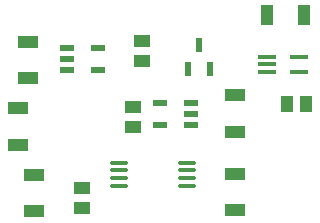
<source format=gbr>
%TF.GenerationSoftware,KiCad,Pcbnew,8.0.0*%
%TF.CreationDate,2024-04-17T17:35:18+02:00*%
%TF.ProjectId,Discharge Controller,44697363-6861-4726-9765-20436f6e7472,rev?*%
%TF.SameCoordinates,Original*%
%TF.FileFunction,Paste,Top*%
%TF.FilePolarity,Positive*%
%FSLAX46Y46*%
G04 Gerber Fmt 4.6, Leading zero omitted, Abs format (unit mm)*
G04 Created by KiCad (PCBNEW 8.0.0) date 2024-04-17 17:35:18*
%MOMM*%
%LPD*%
G01*
G04 APERTURE LIST*
G04 Aperture macros list*
%AMRoundRect*
0 Rectangle with rounded corners*
0 $1 Rounding radius*
0 $2 $3 $4 $5 $6 $7 $8 $9 X,Y pos of 4 corners*
0 Add a 4 corners polygon primitive as box body*
4,1,4,$2,$3,$4,$5,$6,$7,$8,$9,$2,$3,0*
0 Add four circle primitives for the rounded corners*
1,1,$1+$1,$2,$3*
1,1,$1+$1,$4,$5*
1,1,$1+$1,$6,$7*
1,1,$1+$1,$8,$9*
0 Add four rect primitives between the rounded corners*
20,1,$1+$1,$2,$3,$4,$5,0*
20,1,$1+$1,$4,$5,$6,$7,0*
20,1,$1+$1,$6,$7,$8,$9,0*
20,1,$1+$1,$8,$9,$2,$3,0*%
G04 Aperture macros list end*
%ADD10R,1.050000X1.800000*%
%ADD11R,1.470000X1.070000*%
%ADD12RoundRect,0.100000X0.637500X0.100000X-0.637500X0.100000X-0.637500X-0.100000X0.637500X-0.100000X0*%
%ADD13R,1.150000X0.600000*%
%ADD14R,1.800000X1.050000*%
%ADD15R,0.600000X1.300000*%
%ADD16R,1.070000X1.470000*%
%ADD17RoundRect,0.100000X-0.650000X-0.100000X0.650000X-0.100000X0.650000X0.100000X-0.650000X0.100000X0*%
G04 APERTURE END LIST*
D10*
%TO.C,R1*%
X183048000Y-67099000D03*
X186148000Y-67099000D03*
%TD*%
D11*
%TO.C,C5*%
X171704000Y-74872000D03*
X171704000Y-76512000D03*
%TD*%
D12*
%TO.C,U3*%
X176260600Y-81502800D03*
X176260600Y-80852800D03*
X176260600Y-80202800D03*
X176260600Y-79552800D03*
X170535600Y-79552800D03*
X170535600Y-80202800D03*
X170535600Y-80852800D03*
X170535600Y-81502800D03*
%TD*%
D13*
%TO.C,NAND1*%
X176560000Y-76388000D03*
X176560000Y-75438000D03*
X176560000Y-74488000D03*
X173960000Y-74488000D03*
X173960000Y-76388000D03*
%TD*%
D14*
%TO.C,R6*%
X161975800Y-78029400D03*
X161975800Y-74929400D03*
%TD*%
%TO.C,R2*%
X180340000Y-76962000D03*
X180340000Y-73862000D03*
%TD*%
D15*
%TO.C,Q1*%
X176342000Y-71662000D03*
X178242000Y-71662000D03*
X177292000Y-69562000D03*
%TD*%
D16*
%TO.C,C2*%
X186368000Y-74625200D03*
X184728000Y-74625200D03*
%TD*%
D11*
%TO.C,C3*%
X167386000Y-83370000D03*
X167386000Y-81730000D03*
%TD*%
%TO.C,C4*%
X172466000Y-70924000D03*
X172466000Y-69284000D03*
%TD*%
D13*
%TO.C,G1*%
X166086000Y-69850000D03*
X166086000Y-70800000D03*
X166086000Y-71750000D03*
X168686000Y-71750000D03*
X168686000Y-69850000D03*
%TD*%
D14*
%TO.C,R5*%
X180314000Y-83592000D03*
X180314000Y-80492000D03*
%TD*%
%TO.C,R7*%
X163322000Y-83693600D03*
X163322000Y-80593600D03*
%TD*%
%TO.C,R3*%
X162814000Y-69316000D03*
X162814000Y-72416000D03*
%TD*%
D17*
%TO.C,U2*%
X183074000Y-70597000D03*
X183074000Y-71247000D03*
X183074000Y-71897000D03*
X185734000Y-71897000D03*
X185734000Y-70597000D03*
%TD*%
M02*

</source>
